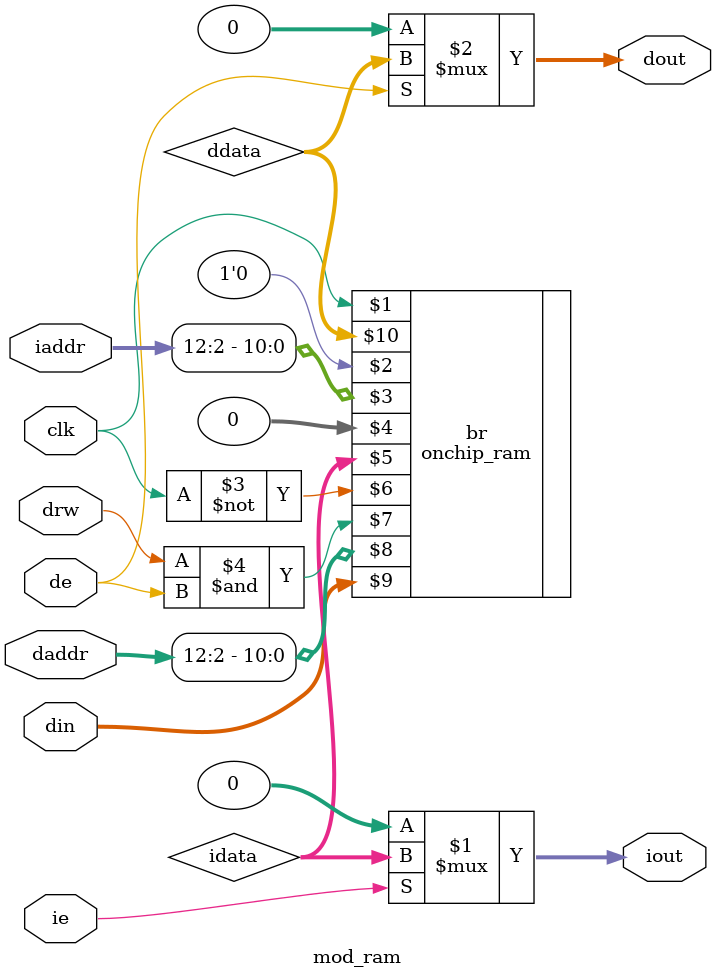
<source format=v>
/*
David Fritz

RAM module, which uses a block ram generated by CoreGen

2.12.2010
*/

module mod_ram(clk, ie, de, iaddr, daddr, drw, din, iout, dout);
	input clk;
	input ie,de;
	input [31:0] iaddr, daddr;
	input drw;
	input [31:0] din;
	output [31:0] iout, dout;

	/* the block ram */
	wire [31:0] idata, ddata;

	/* by spec, the iout and dout signals must go hiZ when we're not using them */
	assign iout = ie ? idata : 32'h00000000;
	assign dout = de ? ddata : 32'h00000000;

	onchip_ram br(clk,1'b0,iaddr[12:2],32'b0,idata,~clk,(drw & de),daddr[12:2],din,ddata);
	
endmodule

</source>
